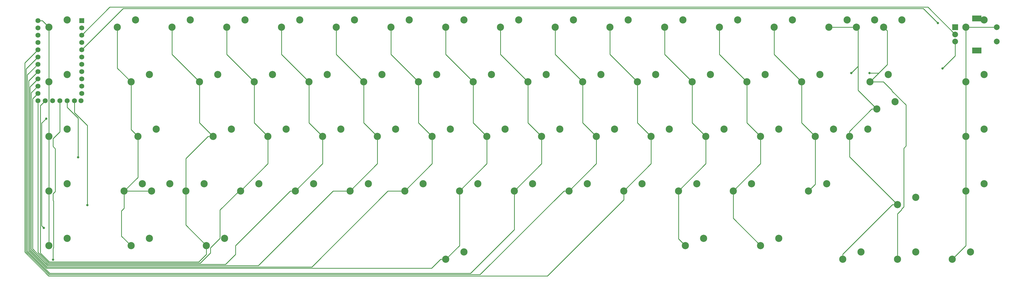
<source format=gbr>
%TF.GenerationSoftware,KiCad,Pcbnew,(6.0.4)*%
%TF.CreationDate,2022-07-27T19:48:40+02:00*%
%TF.ProjectId,65MK,36354d4b-2e6b-4696-9361-645f70636258,rev?*%
%TF.SameCoordinates,Original*%
%TF.FileFunction,Copper,L1,Top*%
%TF.FilePolarity,Positive*%
%FSLAX46Y46*%
G04 Gerber Fmt 4.6, Leading zero omitted, Abs format (unit mm)*
G04 Created by KiCad (PCBNEW (6.0.4)) date 2022-07-27 19:48:40*
%MOMM*%
%LPD*%
G01*
G04 APERTURE LIST*
%TA.AperFunction,ComponentPad*%
%ADD10C,2.500000*%
%TD*%
%TA.AperFunction,ComponentPad*%
%ADD11R,2.000000X2.000000*%
%TD*%
%TA.AperFunction,ComponentPad*%
%ADD12C,2.000000*%
%TD*%
%TA.AperFunction,ComponentPad*%
%ADD13R,3.200000X2.000000*%
%TD*%
%TA.AperFunction,ComponentPad*%
%ADD14R,1.752600X1.752600*%
%TD*%
%TA.AperFunction,ComponentPad*%
%ADD15C,1.752600*%
%TD*%
%TA.AperFunction,ViaPad*%
%ADD16C,0.800000*%
%TD*%
%TA.AperFunction,Conductor*%
%ADD17C,0.250000*%
%TD*%
G04 APERTURE END LIST*
D10*
%TO.P,MX4,1,COL*%
%TO.N,COL3*%
X93027500Y-103028750D03*
%TO.P,MX4,2,ROW*%
%TO.N,Net-(D4-Pad2)*%
X99377500Y-100488750D03*
%TD*%
%TO.P,MX13,1,COL*%
%TO.N,COL12*%
X264477500Y-103028750D03*
%TO.P,MX13,2,ROW*%
%TO.N,Net-(D13-Pad2)*%
X270827500Y-100488750D03*
%TD*%
%TO.P,MX1,1,COL*%
%TO.N,COL0*%
X31115000Y-103028750D03*
%TO.P,MX1,2,ROW*%
%TO.N,Net-(D1-Pad2)*%
X37465000Y-100488750D03*
%TD*%
%TO.P,MX46,1,COL*%
%TO.N,COL11*%
X259715000Y-141128750D03*
%TO.P,MX46,2,ROW*%
%TO.N,Net-(D47-Pad2)*%
X266065000Y-138588750D03*
%TD*%
%TO.P,MX8,1,COL*%
%TO.N,COL7*%
X169227500Y-103028750D03*
%TO.P,MX8,2,ROW*%
%TO.N,Net-(D8-Pad2)*%
X175577500Y-100488750D03*
%TD*%
%TO.P,MX14,1,COL*%
%TO.N,COL13*%
X283527500Y-103028750D03*
%TO.P,MX14,2,ROW*%
%TO.N,Net-(D14-Pad2)*%
X289877500Y-100488750D03*
%TD*%
%TO.P,MX16,1,COL*%
%TO.N,COL15*%
X321627500Y-103028750D03*
%TO.P,MX16,2,ROW*%
%TO.N,Net-(D16-Pad2)*%
X327977500Y-100488750D03*
%TD*%
%TO.P,MX74,1,COL*%
%TO.N,COL16*%
X345440000Y-183991250D03*
%TO.P,MX74,2,ROW*%
%TO.N,Net-(D75-Pad2)*%
X351790000Y-181451250D03*
%TD*%
%TO.P,MX36,1,COL*%
%TO.N,COL1*%
X62071250Y-141128750D03*
%TO.P,MX36,2,ROW*%
%TO.N,Net-(D37-Pad2)*%
X68421250Y-138588750D03*
%TD*%
%TO.P,MX48,1,COL*%
%TO.N,COL13*%
X297815000Y-141128750D03*
%TO.P,MX48,2,ROW*%
%TO.N,Net-(D49-Pad2)*%
X304165000Y-138588750D03*
%TD*%
%TO.P,MX61,1,COL*%
%TO.N,COL11*%
X250190000Y-160178750D03*
%TO.P,MX61,2,ROW*%
%TO.N,Net-(D62-Pad2)*%
X256540000Y-157638750D03*
%TD*%
%TO.P,MX55,1,COL*%
%TO.N,COL5*%
X135890000Y-160178750D03*
%TO.P,MX55,2,ROW*%
%TO.N,Net-(D56-Pad2)*%
X142240000Y-157638750D03*
%TD*%
%TO.P,MX43,1,COL*%
%TO.N,COL8*%
X202565000Y-141128750D03*
%TO.P,MX43,2,ROW*%
%TO.N,Net-(D44-Pad2)*%
X208915000Y-138588750D03*
%TD*%
%TO.P,MX54,1,COL*%
%TO.N,COL4*%
X116840000Y-160178750D03*
%TO.P,MX54,2,ROW*%
%TO.N,Net-(D55-Pad2)*%
X123190000Y-157638750D03*
%TD*%
%TO.P,MX68,1,COL*%
%TO.N,COL1*%
X59690000Y-179228750D03*
%TO.P,MX68,2,ROW*%
%TO.N,Net-(D69-Pad2)*%
X66040000Y-176688750D03*
%TD*%
%TO.P,MX17,1,COL*%
%TO.N,COL16*%
X350202500Y-103028750D03*
%TO.P,MX17,2,ROW*%
%TO.N,Net-(D17-Pad2)*%
X356552500Y-100488750D03*
%TD*%
%TO.P,MX52,1,COL*%
%TO.N,COL2*%
X78740000Y-160178750D03*
%TO.P,MX52,2,ROW*%
%TO.N,Net-(D53-Pad2)*%
X85090000Y-157638750D03*
%TD*%
%TO.P,MX33,1,COL*%
%TO.N,COL16*%
X350202500Y-122078750D03*
%TO.P,MX33,2,ROW*%
%TO.N,Net-(D34-Pad2)*%
X356552500Y-119538750D03*
%TD*%
%TO.P,MX49,1,COL*%
%TO.N,COL16*%
X350202500Y-141128750D03*
%TO.P,MX49,2,ROW*%
%TO.N,Net-(D50-Pad2)*%
X356552500Y-138588750D03*
%TD*%
%TO.P,MX26,1,COL*%
%TO.N,COL8*%
X197802500Y-122078750D03*
%TO.P,MX26,2,ROW*%
%TO.N,Net-(D27-Pad2)*%
X204152500Y-119538750D03*
%TD*%
%TO.P,MX29,1,COL*%
%TO.N,COL11*%
X254952500Y-122078750D03*
%TO.P,MX29,2,ROW*%
%TO.N,Net-(D30-Pad2)*%
X261302500Y-119538750D03*
%TD*%
%TO.P,MX30,1,COL*%
%TO.N,COL12*%
X274002500Y-122078750D03*
%TO.P,MX30,2,ROW*%
%TO.N,Net-(D31-Pad2)*%
X280352500Y-119538750D03*
%TD*%
%TO.P,MX27,1,COL*%
%TO.N,COL9*%
X216852500Y-122078750D03*
%TO.P,MX27,2,ROW*%
%TO.N,Net-(D28-Pad2)*%
X223202500Y-119538750D03*
%TD*%
%TO.P,MX37,1,COL*%
%TO.N,COL2*%
X88265000Y-141128750D03*
%TO.P,MX37,2,ROW*%
%TO.N,Net-(D38-Pad2)*%
X94615000Y-138588750D03*
%TD*%
%TO.P,MX53,1,COL*%
%TO.N,COL3*%
X97790000Y-160178750D03*
%TO.P,MX53,2,ROW*%
%TO.N,Net-(D54-Pad2)*%
X104140000Y-157638750D03*
%TD*%
%TO.P,MX10,1,COL*%
%TO.N,COL9*%
X207327500Y-103028750D03*
%TO.P,MX10,2,ROW*%
%TO.N,Net-(D10-Pad2)*%
X213677500Y-100488750D03*
%TD*%
%TO.P,MX62,1,COL*%
%TO.N,COL12*%
X269240000Y-160178750D03*
%TO.P,MX62,2,ROW*%
%TO.N,Net-(D63-Pad2)*%
X275590000Y-157638750D03*
%TD*%
%TO.P,MX50,1,COL*%
%TO.N,COL0*%
X31115000Y-160178750D03*
%TO.P,MX50,2,ROW*%
%TO.N,Net-(D51-Pad2)*%
X37465000Y-157638750D03*
%TD*%
%TO.P,MX60,1,COL*%
%TO.N,COL10*%
X231140000Y-160178750D03*
%TO.P,MX60,2,ROW*%
%TO.N,Net-(D61-Pad2)*%
X237490000Y-157638750D03*
%TD*%
%TO.P,MX71,1,COL*%
%TO.N,COL12*%
X278765000Y-179228750D03*
%TO.P,MX71,2,ROW*%
%TO.N,Net-(D72-Pad2)*%
X285115000Y-176688750D03*
%TD*%
%TO.P,MX70,1,COL*%
%TO.N,COL11*%
X252571250Y-179228750D03*
%TO.P,MX70,2,ROW*%
%TO.N,Net-(D71-Pad2)*%
X258921250Y-176688750D03*
%TD*%
%TO.P,MX34,1,COL*%
%TO.N,COL14*%
X309721250Y-141128750D03*
X319246250Y-131603750D03*
%TO.P,MX34,2,ROW*%
%TO.N,Net-(D35-Pad2)*%
X325596250Y-129063750D03*
X316071250Y-138588750D03*
%TD*%
%TO.P,MX28,1,COL*%
%TO.N,COL10*%
X235902500Y-122078750D03*
%TO.P,MX28,2,ROW*%
%TO.N,Net-(D29-Pad2)*%
X242252500Y-119538750D03*
%TD*%
%TO.P,MX65,1,COL*%
%TO.N,COL16*%
X350202500Y-160178750D03*
%TO.P,MX65,2,ROW*%
%TO.N,Net-(D66-Pad2)*%
X356552500Y-157638750D03*
%TD*%
%TO.P,MX73,1,COL*%
%TO.N,COL15*%
X326390000Y-183991250D03*
%TO.P,MX73,2,ROW*%
%TO.N,Net-(D74-Pad2)*%
X332740000Y-181451250D03*
%TD*%
%TO.P,MX6,1,COL*%
%TO.N,COL5*%
X131127500Y-103028750D03*
%TO.P,MX6,2,ROW*%
%TO.N,Net-(D6-Pad2)*%
X137477500Y-100488750D03*
%TD*%
%TO.P,MX5,1,COL*%
%TO.N,COL4*%
X112077500Y-103028750D03*
%TO.P,MX5,2,ROW*%
%TO.N,Net-(D5-Pad2)*%
X118427500Y-100488750D03*
%TD*%
%TO.P,MX3,1,COL*%
%TO.N,COL2*%
X73977500Y-103028750D03*
%TO.P,MX3,2,ROW*%
%TO.N,Net-(D3-Pad2)*%
X80327500Y-100488750D03*
%TD*%
%TO.P,MX18,1,COL*%
%TO.N,COL0*%
X31115000Y-122078750D03*
%TO.P,MX18,2,ROW*%
%TO.N,Net-(D19-Pad2)*%
X37465000Y-119538750D03*
%TD*%
%TO.P,MX31,1,COL*%
%TO.N,COL13*%
X293052500Y-122078750D03*
%TO.P,MX31,2,ROW*%
%TO.N,Net-(D32-Pad2)*%
X299402500Y-119538750D03*
%TD*%
%TO.P,MX2,1,COL*%
%TO.N,COL1*%
X54927500Y-103028750D03*
%TO.P,MX2,2,ROW*%
%TO.N,Net-(D2-Pad2)*%
X61277500Y-100488750D03*
%TD*%
%TO.P,MX25,1,COL*%
%TO.N,COL7*%
X178752500Y-122078750D03*
%TO.P,MX25,2,ROW*%
%TO.N,Net-(D26-Pad2)*%
X185102500Y-119538750D03*
%TD*%
%TO.P,MX23,1,COL*%
%TO.N,COL5*%
X140652500Y-122078750D03*
%TO.P,MX23,2,ROW*%
%TO.N,Net-(D24-Pad2)*%
X147002500Y-119538750D03*
%TD*%
%TO.P,MX69,1,COL*%
%TO.N,COL2*%
X85883750Y-179228750D03*
%TO.P,MX69,2,ROW*%
%TO.N,Net-(D70-Pad2)*%
X92233750Y-176688750D03*
%TD*%
%TO.P,MX44,1,COL*%
%TO.N,COL9*%
X221615000Y-141128750D03*
%TO.P,MX44,2,ROW*%
%TO.N,Net-(D45-Pad2)*%
X227965000Y-138588750D03*
%TD*%
%TO.P,MX66,1,COL*%
%TO.N,COL7*%
X169227500Y-183991250D03*
%TO.P,MX66,2,ROW*%
%TO.N,Net-(D67-Pad2)*%
X175577500Y-181451250D03*
%TD*%
%TO.P,MX72,1,COL*%
%TO.N,COL14*%
X307340000Y-183991250D03*
%TO.P,MX72,2,ROW*%
%TO.N,Net-(D73-Pad2)*%
X313690000Y-181451250D03*
%TD*%
%TO.P,MX51,1,COL*%
%TO.N,COL1*%
X66833750Y-160178750D03*
X57308750Y-160178750D03*
%TO.P,MX51,2,ROW*%
%TO.N,Net-(D52-Pad2)*%
X63658750Y-157638750D03*
X73183750Y-157638750D03*
%TD*%
%TO.P,MX64,1,COL*%
%TO.N,COL14*%
X326390000Y-164941250D03*
%TO.P,MX64,2,ROW*%
%TO.N,Net-(D65-Pad2)*%
X332740000Y-162401250D03*
%TD*%
%TO.P,MX39,1,COL*%
%TO.N,COL4*%
X126365000Y-141128750D03*
%TO.P,MX39,2,ROW*%
%TO.N,Net-(D40-Pad2)*%
X132715000Y-138588750D03*
%TD*%
%TO.P,MX47,1,COL*%
%TO.N,COL12*%
X278765000Y-141128750D03*
%TO.P,MX47,2,ROW*%
%TO.N,Net-(D48-Pad2)*%
X285115000Y-138588750D03*
%TD*%
D11*
%TO.P,SW1,A,A*%
%TO.N,ROT1*%
X346512500Y-103068750D03*
D12*
%TO.P,SW1,B,B*%
%TO.N,ROT0*%
X346512500Y-108068750D03*
%TO.P,SW1,C,C*%
%TO.N,GND*%
X346512500Y-105568750D03*
D13*
%TO.P,SW1,MP*%
%TO.N,N/C*%
X354012500Y-99968750D03*
X354012500Y-111168750D03*
D12*
%TO.P,SW1,S1,S1*%
%TO.N,Net-(D17-Pad2)*%
X361012500Y-108068750D03*
%TO.P,SW1,S2,S2*%
%TO.N,COL16*%
X361012500Y-103068750D03*
%TD*%
D10*
%TO.P,MX59,1,COL*%
%TO.N,COL9*%
X212090000Y-160178750D03*
%TO.P,MX59,2,ROW*%
%TO.N,Net-(D60-Pad2)*%
X218440000Y-157638750D03*
%TD*%
%TO.P,MX42,1,COL*%
%TO.N,COL7*%
X183515000Y-141128750D03*
%TO.P,MX42,2,ROW*%
%TO.N,Net-(D43-Pad2)*%
X189865000Y-138588750D03*
%TD*%
%TO.P,MX38,1,COL*%
%TO.N,COL3*%
X107315000Y-141128750D03*
%TO.P,MX38,2,ROW*%
%TO.N,Net-(D39-Pad2)*%
X113665000Y-138588750D03*
%TD*%
%TO.P,MX15,1,COL*%
%TO.N,COL14*%
X302577500Y-103028750D03*
X312102500Y-103028750D03*
%TO.P,MX15,2,ROW*%
%TO.N,Net-(D15-Pad2)*%
X318452500Y-100488750D03*
X308927500Y-100488750D03*
%TD*%
%TO.P,MX41,1,COL*%
%TO.N,COL6*%
X164465000Y-141128750D03*
%TO.P,MX41,2,ROW*%
%TO.N,Net-(D42-Pad2)*%
X170815000Y-138588750D03*
%TD*%
%TO.P,MX24,1,COL*%
%TO.N,COL6*%
X159702500Y-122078750D03*
%TO.P,MX24,2,ROW*%
%TO.N,Net-(D25-Pad2)*%
X166052500Y-119538750D03*
%TD*%
%TO.P,MX12,1,COL*%
%TO.N,COL11*%
X245427500Y-103028750D03*
%TO.P,MX12,2,ROW*%
%TO.N,Net-(D12-Pad2)*%
X251777500Y-100488750D03*
%TD*%
%TO.P,MX63,1,COL*%
%TO.N,COL13*%
X295433750Y-160178750D03*
%TO.P,MX63,2,ROW*%
%TO.N,Net-(D64-Pad2)*%
X301783750Y-157638750D03*
%TD*%
%TO.P,MX11,1,COL*%
%TO.N,COL10*%
X226377500Y-103028750D03*
%TO.P,MX11,2,ROW*%
%TO.N,Net-(D11-Pad2)*%
X232727500Y-100488750D03*
%TD*%
%TO.P,MX58,1,COL*%
%TO.N,COL8*%
X193040000Y-160178750D03*
%TO.P,MX58,2,ROW*%
%TO.N,Net-(D59-Pad2)*%
X199390000Y-157638750D03*
%TD*%
%TO.P,MX45,1,COL*%
%TO.N,COL10*%
X240665000Y-141128750D03*
%TO.P,MX45,2,ROW*%
%TO.N,Net-(D46-Pad2)*%
X247015000Y-138588750D03*
%TD*%
%TO.P,MX35,1,COL*%
%TO.N,COL0*%
X31115000Y-141128750D03*
%TO.P,MX35,2,ROW*%
%TO.N,Net-(D36-Pad2)*%
X37465000Y-138588750D03*
%TD*%
%TO.P,MX19,1,COL*%
%TO.N,COL1*%
X59690000Y-122078750D03*
%TO.P,MX19,2,ROW*%
%TO.N,Net-(D20-Pad2)*%
X66040000Y-119538750D03*
%TD*%
%TO.P,MX32,1,COL*%
%TO.N,COL15*%
X316865000Y-122078750D03*
%TO.P,MX32,2,ROW*%
%TO.N,Net-(D33-Pad2)*%
X323215000Y-119538750D03*
%TD*%
%TO.P,MX40,1,COL*%
%TO.N,COL5*%
X145415000Y-141128750D03*
%TO.P,MX40,2,ROW*%
%TO.N,Net-(D41-Pad2)*%
X151765000Y-138588750D03*
%TD*%
%TO.P,MX9,1,COL*%
%TO.N,COL8*%
X188277500Y-103028750D03*
%TO.P,MX9,2,ROW*%
%TO.N,Net-(D9-Pad2)*%
X194627500Y-100488750D03*
%TD*%
%TO.P,MX7,1,COL*%
%TO.N,COL6*%
X150177500Y-103028750D03*
%TO.P,MX7,2,ROW*%
%TO.N,Net-(D7-Pad2)*%
X156527500Y-100488750D03*
%TD*%
%TO.P,MX21,1,COL*%
%TO.N,COL3*%
X102552500Y-122078750D03*
%TO.P,MX21,2,ROW*%
%TO.N,Net-(D22-Pad2)*%
X108902500Y-119538750D03*
%TD*%
%TO.P,MX22,1,COL*%
%TO.N,COL4*%
X121602500Y-122078750D03*
%TO.P,MX22,2,ROW*%
%TO.N,Net-(D23-Pad2)*%
X127952500Y-119538750D03*
%TD*%
%TO.P,MX57,1,COL*%
%TO.N,COL7*%
X173990000Y-160178750D03*
%TO.P,MX57,2,ROW*%
%TO.N,Net-(D58-Pad2)*%
X180340000Y-157638750D03*
%TD*%
%TO.P,MX20,1,COL*%
%TO.N,COL2*%
X83502500Y-122078750D03*
%TO.P,MX20,2,ROW*%
%TO.N,Net-(D21-Pad2)*%
X89852500Y-119538750D03*
%TD*%
%TO.P,MX67,1,COL*%
%TO.N,COL0*%
X31115000Y-179228750D03*
%TO.P,MX67,2,ROW*%
%TO.N,Net-(D68-Pad2)*%
X37465000Y-176688750D03*
%TD*%
%TO.P,MX56,1,COL*%
%TO.N,COL6*%
X154940000Y-160178750D03*
%TO.P,MX56,2,ROW*%
%TO.N,Net-(D57-Pad2)*%
X161290000Y-157638750D03*
%TD*%
D14*
%TO.P,EC1,1,D3*%
%TO.N,ROW0*%
X42545000Y-100729250D03*
D15*
%TO.P,EC1,2,D2*%
%TO.N,COL16*%
X42545000Y-103269250D03*
%TO.P,EC1,3,GND*%
%TO.N,GND*%
X42545000Y-105809250D03*
%TO.P,EC1,4,GND*%
X42545000Y-108349250D03*
%TO.P,EC1,5,D1*%
%TO.N,ROT1*%
X42545000Y-110889250D03*
%TO.P,EC1,6,D0*%
%TO.N,ROT0*%
X42545000Y-113429250D03*
%TO.P,EC1,7,D4*%
%TO.N,COL15*%
X42545000Y-115969250D03*
%TO.P,EC1,8,D6*%
%TO.N,COL14*%
X42545000Y-118509250D03*
%TO.P,EC1,9,D7*%
%TO.N,COL13*%
X42545000Y-121049250D03*
%TO.P,EC1,10,E6*%
%TO.N,COL12*%
X42545000Y-123589250D03*
%TO.P,EC1,11,B4*%
%TO.N,COL11*%
X42545000Y-126129250D03*
%TO.P,EC1,13,B6*%
%TO.N,COL3*%
X27305000Y-128669250D03*
%TO.P,EC1,14,B2*%
%TO.N,COL4*%
X27305000Y-126129250D03*
%TO.P,EC1,15,B3*%
%TO.N,COL5*%
X27305000Y-123589250D03*
%TO.P,EC1,16,B1*%
%TO.N,COL6*%
X27305000Y-121049250D03*
%TO.P,EC1,17,F7*%
%TO.N,COL7*%
X27305000Y-118509250D03*
%TO.P,EC1,18,F6*%
%TO.N,COL8*%
X27305000Y-115969250D03*
%TO.P,EC1,19,F5*%
%TO.N,COL9*%
X27305000Y-113429250D03*
%TO.P,EC1,20,F4*%
%TO.N,COL10*%
X27305000Y-110889250D03*
%TO.P,EC1,21,VCC*%
%TO.N,VCC*%
X27305000Y-108349250D03*
%TO.P,EC1,22,RST*%
%TO.N,unconnected-(EC1-Pad22)*%
X27305000Y-105809250D03*
%TO.P,EC1,23,GND*%
%TO.N,GND*%
X27305000Y-103269250D03*
%TO.P,EC1,12,B5*%
%TO.N,ROW1*%
X42316400Y-128669250D03*
%TO.P,EC1,24,B0*%
%TO.N,COL0*%
X27305000Y-100729250D03*
%TO.P,EC1,29,F0*%
%TO.N,COL2*%
X29845000Y-128669250D03*
%TO.P,EC1,28,F1*%
%TO.N,COL1*%
X32385000Y-128669250D03*
%TO.P,EC1,27,C7*%
%TO.N,ROW4*%
X34925000Y-128669250D03*
%TO.P,EC1,26,D5*%
%TO.N,ROW2*%
X37465000Y-128669250D03*
%TO.P,EC1,25,B7*%
%TO.N,ROW3*%
X40005000Y-128669250D03*
%TD*%
D16*
%TO.N,COL1*%
X29368750Y-173037500D03*
X30162500Y-134937500D03*
%TO.N,COL14*%
X310356250Y-119062500D03*
%TO.N,COL15*%
X316706250Y-119062500D03*
%TO.N,ROW2*%
X41275000Y-148431250D03*
%TO.N,ROW3*%
X44450000Y-165100000D03*
%TO.N,ROW4*%
X32543750Y-184150000D03*
%TO.N,ROT1*%
X340518750Y-101600000D03*
%TO.N,ROT0*%
X342106250Y-117475000D03*
%TD*%
D17*
%TO.N,COL0*%
X31115000Y-103028750D02*
X28815500Y-100729250D01*
X28815500Y-100729250D02*
X27305000Y-100729250D01*
X31115000Y-103028750D02*
X31115000Y-122078750D01*
X31115000Y-160178750D02*
X31115000Y-179228750D01*
X31115000Y-141128750D02*
X31115000Y-160178750D01*
X31115000Y-122078750D02*
X31115000Y-141128750D01*
%TO.N,COL1*%
X28595479Y-172264229D02*
X29368750Y-173037500D01*
X56369229Y-167105190D02*
X56369229Y-175907979D01*
X57308750Y-166165669D02*
X56369229Y-167105190D01*
X59690000Y-122078750D02*
X59690000Y-138747500D01*
X28595479Y-136504521D02*
X28595479Y-172264229D01*
X62071250Y-141128750D02*
X62071250Y-155416250D01*
X56369229Y-175907979D02*
X59690000Y-179228750D01*
X57308750Y-160178750D02*
X66833750Y-160178750D01*
X30162500Y-134937500D02*
X28595479Y-136504521D01*
X57308750Y-160178750D02*
X57308750Y-166165669D01*
X54927500Y-103028750D02*
X54927500Y-117316250D01*
X59690000Y-138747500D02*
X62071250Y-141128750D01*
X54927500Y-117316250D02*
X59690000Y-122078750D01*
X62071250Y-155416250D02*
X57308750Y-160178750D01*
%TO.N,COL2*%
X78740000Y-172085000D02*
X78740000Y-160178750D01*
X85883750Y-179228750D02*
X78740000Y-172085000D01*
X85883750Y-182265841D02*
X83275080Y-184874511D01*
X78740000Y-148885984D02*
X86497234Y-141128750D01*
X83502500Y-136366250D02*
X83502500Y-122078750D01*
X83275080Y-184874511D02*
X31183670Y-184874511D01*
X86497234Y-141128750D02*
X88265000Y-141128750D01*
X78740000Y-160178750D02*
X78740000Y-148885984D01*
X88265000Y-141128750D02*
X83502500Y-136366250D01*
X31183670Y-184874511D02*
X28145959Y-181836800D01*
X83502500Y-122078750D02*
X73977500Y-112553750D01*
X73977500Y-112553750D02*
X73977500Y-103028750D01*
X85883750Y-179228750D02*
X85883750Y-182265841D01*
X28145959Y-181836800D02*
X28145959Y-130368291D01*
X28145959Y-130368291D02*
X29845000Y-128669250D01*
%TO.N,COL3*%
X102552500Y-122078750D02*
X102552500Y-136366250D01*
X93027500Y-103028750D02*
X93027500Y-112553750D01*
X87312500Y-181768750D02*
X87312500Y-180026696D01*
X87312500Y-180026696D02*
X90659239Y-176679957D01*
X107315000Y-141128750D02*
X107315000Y-150653750D01*
X30997472Y-185324031D02*
X83757219Y-185324031D01*
X27305000Y-128669250D02*
X27305000Y-181631559D01*
X102552500Y-136366250D02*
X107315000Y-141128750D01*
X107315000Y-150653750D02*
X97790000Y-160178750D01*
X83757219Y-185324031D02*
X87312500Y-181768750D01*
X27305000Y-181631559D02*
X30997472Y-185324031D01*
X90659239Y-176679957D02*
X90659239Y-166812420D01*
X90659239Y-166812420D02*
X97292909Y-160178750D01*
X93027500Y-112553750D02*
X102552500Y-122078750D01*
X97292909Y-160178750D02*
X97790000Y-160178750D01*
%TO.N,COL4*%
X112077500Y-112553750D02*
X112077500Y-103028750D01*
X116840000Y-160178750D02*
X115072234Y-160178750D01*
X116840000Y-160178750D02*
X126365000Y-150653750D01*
X115072234Y-160178750D02*
X96023271Y-179227713D01*
X96023271Y-182286320D02*
X92536040Y-185773551D01*
X25400000Y-180362276D02*
X25400000Y-128034250D01*
X126365000Y-150653750D02*
X126365000Y-141128750D01*
X96023271Y-179227713D02*
X96023271Y-182286320D01*
X92536040Y-185773551D02*
X30811275Y-185773551D01*
X121602500Y-122078750D02*
X112077500Y-112553750D01*
X126365000Y-141128750D02*
X121602500Y-136366250D01*
X30811275Y-185773551D02*
X25400000Y-180362276D01*
X25400000Y-128034250D02*
X27305000Y-126129250D01*
X121602500Y-136366250D02*
X121602500Y-122078750D01*
%TO.N,COL5*%
X30625077Y-186223071D02*
X24950480Y-180548473D01*
X130037091Y-160178750D02*
X103992770Y-186223071D01*
X24950480Y-180548473D02*
X24950480Y-125943770D01*
X135890000Y-160178750D02*
X130037091Y-160178750D01*
X103992770Y-186223071D02*
X30625077Y-186223071D01*
X145415000Y-150653750D02*
X135890000Y-160178750D01*
X24950480Y-125943770D02*
X27305000Y-123589250D01*
X140652500Y-136366250D02*
X145415000Y-141128750D01*
X145415000Y-141128750D02*
X145415000Y-150653750D01*
X131127500Y-112553750D02*
X140652500Y-122078750D01*
X140652500Y-122078750D02*
X140652500Y-136366250D01*
X131127500Y-103028750D02*
X131127500Y-112553750D01*
%TO.N,COL6*%
X24500960Y-123853290D02*
X27305000Y-121049250D01*
X24500960Y-180734670D02*
X24500960Y-123853290D01*
X164465000Y-141128750D02*
X159702500Y-136366250D01*
X164465000Y-150653750D02*
X164465000Y-141128750D01*
X154940000Y-160178750D02*
X164465000Y-150653750D01*
X159702500Y-136366250D02*
X159702500Y-122078750D01*
X159702500Y-122078750D02*
X150177500Y-112553750D01*
X30438879Y-186672591D02*
X24500960Y-180734670D01*
X154940000Y-160178750D02*
X149087091Y-160178750D01*
X122593250Y-186672591D02*
X30438879Y-186672591D01*
X150177500Y-112553750D02*
X150177500Y-103028750D01*
X149087091Y-160178750D02*
X122593250Y-186672591D01*
%TO.N,COL7*%
X30252681Y-187122111D02*
X24051440Y-180920867D01*
X178752500Y-122078750D02*
X178752500Y-136366250D01*
X173990000Y-160178750D02*
X173990000Y-179228750D01*
X169227500Y-103028750D02*
X169227500Y-112553750D01*
X169227500Y-112553750D02*
X178752500Y-122078750D01*
X183515000Y-141128750D02*
X183515000Y-150653750D01*
X24051440Y-180920867D02*
X24051440Y-121762810D01*
X167459734Y-183991250D02*
X164328873Y-187122111D01*
X183515000Y-150653750D02*
X173990000Y-160178750D01*
X24051440Y-121762810D02*
X27305000Y-118509250D01*
X178752500Y-136366250D02*
X183515000Y-141128750D01*
X164328873Y-187122111D02*
X30252681Y-187122111D01*
X169227500Y-183991250D02*
X167459734Y-183991250D01*
X173990000Y-179228750D02*
X169227500Y-183991250D01*
%TO.N,COL8*%
X23601920Y-181107064D02*
X23601920Y-119672330D01*
X177806729Y-188905771D02*
X31400627Y-188905771D01*
X31400627Y-188905771D02*
X23601920Y-181107064D01*
X188277500Y-112553750D02*
X188277500Y-103028750D01*
X197802500Y-136366250D02*
X197802500Y-122078750D01*
X202565000Y-150653750D02*
X202565000Y-141128750D01*
X193040000Y-160178750D02*
X202565000Y-150653750D01*
X197802500Y-122078750D02*
X188277500Y-112553750D01*
X23601920Y-119672330D02*
X27305000Y-115969250D01*
X193040000Y-173672500D02*
X177806729Y-188905771D01*
X193040000Y-160178750D02*
X193040000Y-173672500D01*
X202565000Y-141128750D02*
X197802500Y-136366250D01*
%TO.N,COL9*%
X221615000Y-150653750D02*
X212090000Y-160178750D01*
X207327500Y-103028750D02*
X207327500Y-112553750D01*
X212090000Y-160178750D02*
X210322234Y-160178750D01*
X23152400Y-181293261D02*
X23152400Y-117581850D01*
X216852500Y-136366250D02*
X221615000Y-141128750D01*
X210322234Y-160178750D02*
X181145693Y-189355291D01*
X23152400Y-117581850D02*
X27305000Y-113429250D01*
X221615000Y-141128750D02*
X221615000Y-150653750D01*
X31214429Y-189355291D02*
X23152400Y-181293261D01*
X207327500Y-112553750D02*
X216852500Y-122078750D01*
X216852500Y-122078750D02*
X216852500Y-136366250D01*
X181145693Y-189355291D02*
X31214429Y-189355291D01*
%TO.N,COL10*%
X22702880Y-115491370D02*
X27305000Y-110889250D01*
X204551030Y-189804811D02*
X31028231Y-189804811D01*
X231140000Y-160178750D02*
X240665000Y-150653750D01*
X240665000Y-150653750D02*
X240665000Y-141128750D01*
X22702880Y-181479458D02*
X22702880Y-115491370D01*
X235902500Y-122078750D02*
X226377500Y-112553750D01*
X231140000Y-160178750D02*
X231140000Y-163215841D01*
X240665000Y-141128750D02*
X235902500Y-136366250D01*
X235902500Y-136366250D02*
X235902500Y-122078750D01*
X231140000Y-163215841D02*
X204551030Y-189804811D01*
X31028231Y-189804811D02*
X22702880Y-181479458D01*
X226377500Y-112553750D02*
X226377500Y-103028750D01*
%TO.N,COL11*%
X245427500Y-103028750D02*
X245427500Y-112553750D01*
X250190000Y-160178750D02*
X250190000Y-176847500D01*
X259715000Y-150653750D02*
X250190000Y-160178750D01*
X254952500Y-136366250D02*
X259715000Y-141128750D01*
X250190000Y-176847500D02*
X252571250Y-179228750D01*
X259715000Y-141128750D02*
X259715000Y-150653750D01*
X245427500Y-112553750D02*
X254952500Y-122078750D01*
X254952500Y-122078750D02*
X254952500Y-136366250D01*
%TO.N,COL12*%
X274002500Y-122078750D02*
X264477500Y-112553750D01*
X274002500Y-136366250D02*
X274002500Y-122078750D01*
X269240000Y-160178750D02*
X278765000Y-150653750D01*
X278765000Y-141128750D02*
X274002500Y-136366250D01*
X278765000Y-179228750D02*
X269240000Y-169703750D01*
X264477500Y-112553750D02*
X264477500Y-103028750D01*
X278765000Y-150653750D02*
X278765000Y-141128750D01*
X269240000Y-169703750D02*
X269240000Y-160178750D01*
%TO.N,COL13*%
X297815000Y-157797500D02*
X295433750Y-160178750D01*
X293052500Y-136366250D02*
X297815000Y-141128750D01*
X283527500Y-103028750D02*
X283527500Y-112553750D01*
X293052500Y-122078750D02*
X293052500Y-136366250D01*
X283527500Y-112553750D02*
X293052500Y-122078750D01*
X297815000Y-141128750D02*
X297815000Y-157797500D01*
%TO.N,COL14*%
X326390000Y-164941250D02*
X309721250Y-148272500D01*
X307340000Y-182223484D02*
X324622234Y-164941250D01*
X309721250Y-139360984D02*
X317478484Y-131603750D01*
X324622234Y-164941250D02*
X326390000Y-164941250D01*
X317478484Y-131603750D02*
X319246250Y-131603750D01*
X319246250Y-131603750D02*
X312717021Y-125074521D01*
X309721250Y-141128750D02*
X309721250Y-139360984D01*
X302577500Y-103028750D02*
X312102500Y-103028750D01*
X312717021Y-116701729D02*
X312717021Y-117495479D01*
X312717021Y-117495479D02*
X312717021Y-103643271D01*
X309721250Y-148272500D02*
X309721250Y-141128750D01*
X312717021Y-103643271D02*
X312102500Y-103028750D01*
X307340000Y-183991250D02*
X307340000Y-182223484D01*
X310356250Y-119062500D02*
X312717021Y-116701729D01*
X312717021Y-125074521D02*
X312717021Y-117495479D01*
%TO.N,COL15*%
X321493081Y-122078750D02*
X324505479Y-125091148D01*
X316865000Y-122078750D02*
X318632766Y-122078750D01*
X321627500Y-103028750D02*
X322877499Y-104278749D01*
X322877499Y-115708749D02*
X322877499Y-116066251D01*
X328612500Y-145256250D02*
X328612500Y-165710669D01*
X326390000Y-168116250D02*
X326390000Y-183991250D01*
X324505479Y-125274229D02*
X329385771Y-130154521D01*
X322877499Y-104278749D02*
X322877499Y-115708749D01*
X327825479Y-166497690D02*
X327825479Y-166680771D01*
X324505479Y-125091148D02*
X324505479Y-125274229D01*
X319881250Y-119062500D02*
X316706250Y-119062500D01*
X322877499Y-116066251D02*
X316865000Y-122078750D01*
X329385771Y-130154521D02*
X329385771Y-144482979D01*
X318632766Y-122078750D02*
X321493081Y-122078750D01*
X329385771Y-144482979D02*
X328612500Y-145256250D01*
X328612500Y-165710669D02*
X327825479Y-166497690D01*
X327825479Y-166680771D02*
X326390000Y-168116250D01*
%TO.N,COL16*%
X350202500Y-141128750D02*
X350202500Y-160178750D01*
X350202500Y-160178750D02*
X350202500Y-179228750D01*
X350202500Y-103028750D02*
X350202500Y-122078750D01*
X350202500Y-179228750D02*
X345440000Y-183991250D01*
X350242500Y-103068750D02*
X350202500Y-103028750D01*
X361012500Y-103068750D02*
X350242500Y-103068750D01*
X350202500Y-122078750D02*
X350202500Y-141128750D01*
%TO.N,Net-(D19-Pad2)*%
X38100000Y-120173750D02*
X37465000Y-119538750D01*
%TO.N,ROW2*%
X37465000Y-130969468D02*
X37465000Y-128669250D01*
X41275000Y-148431250D02*
X41275000Y-134779468D01*
X41275000Y-134779468D02*
X37465000Y-130969468D01*
%TO.N,ROW3*%
X44450000Y-137318750D02*
X40005000Y-132873750D01*
X44450000Y-165100000D02*
X44450000Y-137318750D01*
X40005000Y-132873750D02*
X40005000Y-128669250D01*
%TO.N,ROW4*%
X32550479Y-144652310D02*
X32550479Y-141919967D01*
X34925000Y-139545446D02*
X34925000Y-128669250D01*
X32550479Y-141919967D02*
X34925000Y-139545446D01*
X32689511Y-163658261D02*
X32543750Y-163512500D01*
X32543750Y-161131250D02*
X33337500Y-160337500D01*
X32550479Y-184143271D02*
X32550479Y-180174521D01*
X32543750Y-163512500D02*
X32543750Y-161131250D01*
X33337500Y-145439331D02*
X32550479Y-144652310D01*
X32689511Y-180035489D02*
X32689511Y-163658261D01*
X33337500Y-160337500D02*
X33337500Y-145439331D01*
X32543750Y-184150000D02*
X32550479Y-184143271D01*
X32550479Y-180174521D02*
X32689511Y-180035489D01*
%TO.N,ROT1*%
X340518750Y-101600000D02*
X335412020Y-96493270D01*
X56940980Y-96493270D02*
X42545000Y-110889250D01*
X335412020Y-96493270D02*
X56940980Y-96493270D01*
%TO.N,ROT0*%
X342106250Y-117475000D02*
X346512500Y-113068750D01*
X346512500Y-113068750D02*
X346512500Y-108068750D01*
%TO.N,GND*%
X52310500Y-96043750D02*
X336987500Y-96043750D01*
X336987500Y-96043750D02*
X346512500Y-105568750D01*
X42545000Y-105809250D02*
X52310500Y-96043750D01*
%TD*%
M02*

</source>
